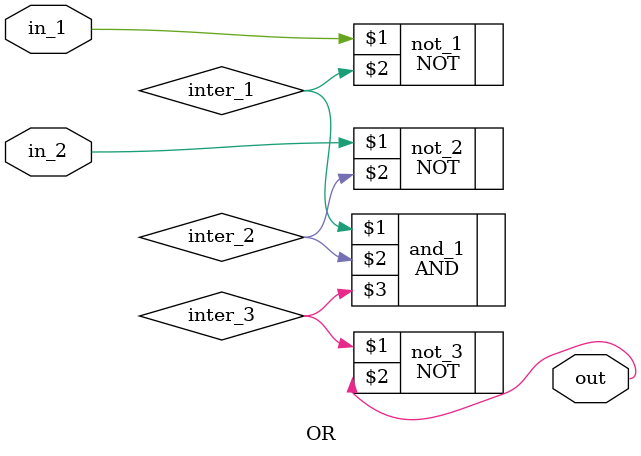
<source format=v>
module OR(in_1, in_2, out);
  input in_1, in_2;
  wire inter_1, inter_2, inter_3;
  output out;

  NOT not_1(in_1, inter_1);
  NOT not_2(in_2, inter_2);
  AND and_1(inter_1, inter_2, inter_3);
  NOT not_3(inter_3, out);
endmodule

</source>
